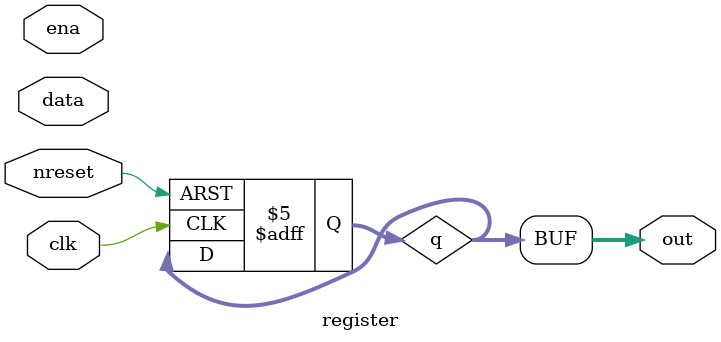
<source format=v>
module register #(parameter WIDTH=32)(
	input [WIDTH-1: 0] data,
	input clk,
	input nreset,
	input ena,
	output [WIDTH-1: 0] out
 );

	reg[WIDTH-1:0] q;
	wire reset;
	
	//assign reset = ~nreset;
 
	always @(posedge clk, negedge nreset) begin
		if (!nreset) begin
			q <= 0;
		end
		else if (clk && ena) begin
			q <= out;
		end
	end

	assign out = q;


endmodule
</source>
